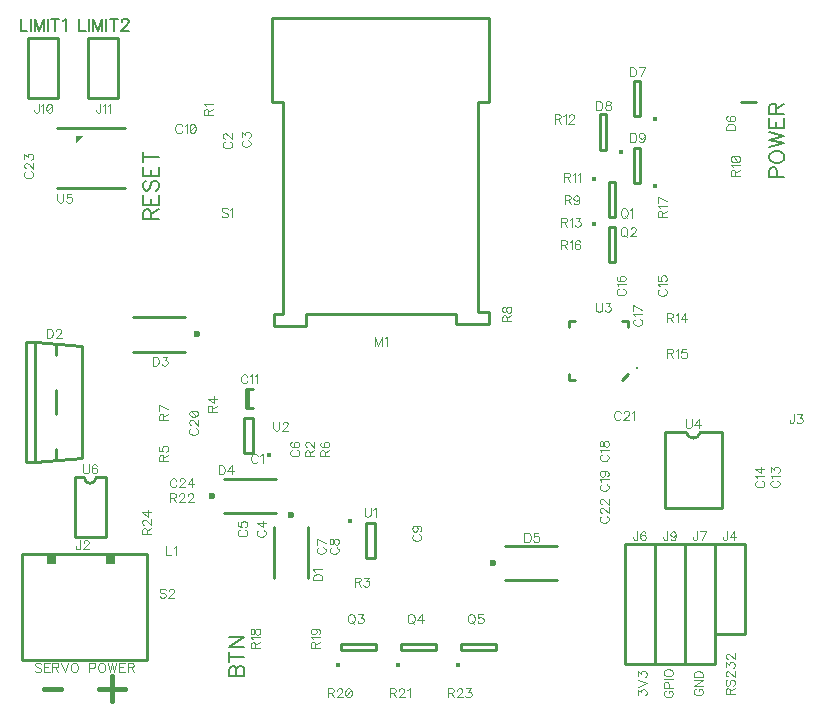
<source format=gbr>
G04 DipTrace 3.3.1.3*
G04 TopSilk.gbr*
%MOIN*%
G04 #@! TF.FileFunction,Legend,Top*
G04 #@! TF.Part,Single*
%ADD10C,0.01*%
%ADD29C,0.023623*%
%ADD33C,0.023631*%
%ADD36C,0.015422*%
%ADD45C,0.015404*%
%ADD49C,0.015395*%
%ADD51C,0.011774*%
%ADD125C,0.004632*%
%ADD126C,0.006176*%
%ADD127C,0.015439*%
%ADD129C,0.00772*%
%FSLAX26Y26*%
G04*
G70*
G90*
G75*
G01*
G04 TopSilk*
%LPD*%
X844537Y1006035D2*
D10*
Y1068965D1*
X837089Y1006035D2*
Y1068965D1*
Y1006035D2*
X860648D1*
X837089Y1068965D2*
X860648D1*
X1044589Y609841D2*
Y436626D1*
X930414Y609841D2*
Y436626D1*
D29*
X987496Y649211D3*
X106496Y825000D2*
D10*
Y1225000D1*
X134067Y828200D2*
Y1221800D1*
X291535Y839800D2*
Y1210200D1*
X134437Y825000D2*
X106496D1*
X134437Y1225000D2*
X106496D1*
X206417Y836200D2*
Y867400D1*
Y985800D2*
Y1064200D1*
Y1182600D2*
Y1213800D1*
X133327Y825000D2*
X290425Y839800D1*
X137953Y1225000D2*
X289130Y1210200D1*
X634841Y1192911D2*
X461626D1*
X634841Y1307086D2*
X461626D1*
D33*
X674211Y1250004D3*
X765159Y769589D2*
D10*
X938374D1*
X765159Y655414D2*
X938374D1*
D33*
X725789Y712496D3*
X1702659Y544589D2*
D10*
X1875874D1*
X1702659Y430414D2*
X1875874D1*
D33*
X1663289Y487496D3*
X2486929Y2024684D2*
D10*
X2538071D1*
D36*
X2202209Y1969151D3*
X2152067Y1978352D2*
D10*
Y2096457D1*
X2132382D1*
Y1978352D1*
X2152067D1*
D36*
X2089709Y1856651D3*
X2039567Y1865852D2*
D10*
Y1983957D1*
X2019882D1*
Y1865852D1*
X2039567D1*
D36*
X2202209Y1744151D3*
X2152067Y1753352D2*
D10*
Y1871457D1*
X2132382D1*
Y1753352D1*
X2152067D1*
X508472Y519480D2*
X91150D1*
Y165150D1*
X508472D1*
Y519480D1*
G36*
X402013Y484756D2*
X370631D1*
Y516256D1*
X402013D1*
Y484756D1*
G37*
G36*
X205287D2*
X173863D1*
Y516256D1*
X205287D1*
Y484756D1*
G37*
X212500Y2237500D2*
D10*
X112500D1*
X212500Y2037500D2*
Y2237500D1*
Y2037500D2*
X112500D1*
Y2237500D1*
X2500000Y250000D2*
X2400000D1*
Y550000D1*
X2500000D2*
X2400000D1*
X2500000Y250000D2*
Y550000D1*
X2100000Y150000D2*
X2200000D1*
X2100000Y550000D2*
Y150000D1*
X2200000Y550000D2*
Y150000D1*
X2100000Y550000D2*
X2200000D1*
X2300000Y150000D2*
X2400000D1*
X2300000Y550000D2*
Y150000D1*
X2400000Y550000D2*
Y150000D1*
X2300000Y550000D2*
X2400000D1*
X2200000Y150000D2*
X2300000D1*
X2200000Y550000D2*
Y150000D1*
X2300000Y550000D2*
Y150000D1*
X2200000Y550000D2*
X2300000D1*
X412500Y2237500D2*
X312500D1*
X412500Y2037500D2*
Y2237500D1*
Y2037500D2*
X312500D1*
Y2237500D1*
X925033Y2023542D2*
Y2304749D1*
X1649967D1*
Y2023542D1*
X925033D2*
X962465D1*
Y1317274D1*
X931232D1*
Y1279738D1*
X1037485D1*
Y1317274D1*
X1537515D1*
Y1286029D1*
X1649967D1*
Y1323460D1*
X1612535D1*
Y2023542D1*
X1649967D1*
D36*
X1997791Y1768349D3*
X2047933Y1759148D2*
D10*
Y1641043D1*
X2067618D1*
Y1759148D1*
X2047933D1*
D36*
X1997791Y1618349D3*
X2047933Y1609148D2*
D10*
Y1491043D1*
X2067618D1*
Y1609148D1*
X2047933D1*
D45*
X1144151Y147791D3*
X1153352Y197933D2*
D10*
X1271457D1*
Y217618D1*
X1153352D1*
Y197933D1*
D45*
X1344151Y147791D3*
X1353352Y197933D2*
D10*
X1471457D1*
Y217618D1*
X1353352D1*
Y197933D1*
D45*
X1544151Y147791D3*
X1553352Y197933D2*
D10*
X1671457D1*
Y217618D1*
X1553352D1*
Y197933D1*
D49*
X1183375Y626914D3*
X1237440Y621651D2*
D10*
Y503543D1*
X1268931Y621651D2*
Y503543D1*
X1237440D2*
X1268931D1*
X1237440Y621651D2*
X1268931D1*
D49*
X916625Y848086D3*
X862560Y853349D2*
D10*
Y971457D1*
X831069Y853349D2*
Y971457D1*
X862560D2*
X831069D1*
X862560Y853349D2*
X831069D1*
X1935309Y1098119D2*
X1915645D1*
Y1117810D1*
X1935309Y1294992D2*
X1915645D1*
Y1275300D2*
Y1294992D1*
X2112465D2*
X2092775D1*
X2112465Y1275300D2*
Y1294992D1*
D51*
X2141949Y1137491D3*
X2092775Y1098119D2*
D10*
X2112465Y1117810D1*
X2234732Y923917D2*
Y671949D1*
X2423732Y923917D2*
Y671949D1*
X2234732D2*
X2423732D1*
X2234732Y923917D2*
X2305598D1*
X2352866D2*
X2423732D1*
X2305598D2*
G03X2352866Y923917I23634J4353D01*
G01*
G36*
X271466Y1912992D2*
Y1887992D1*
X296461Y1912992D1*
X271466D1*
G37*
X208953Y1937992D2*
D10*
X433961D1*
X208953Y1737992D2*
X433961D1*
X267611Y773427D2*
Y576573D1*
X369987Y773427D2*
Y576573D1*
X267611D2*
X369987D1*
X299105Y773427D2*
X267611D1*
X338494D2*
X369987D1*
X299105D2*
G03X338494Y773427I19694J9D01*
G01*
X876941Y844300D2*
D125*
X875515Y847152D1*
X872630Y850037D1*
X869778Y851463D1*
X864041D1*
X861156Y850037D1*
X858304Y847152D1*
X856845Y844300D1*
X855419Y839989D1*
Y832793D1*
X856845Y828515D1*
X858304Y825630D1*
X861156Y822778D1*
X864041Y821319D1*
X869778D1*
X872630Y822778D1*
X875515Y825630D1*
X876941Y828515D1*
X886204Y845693D2*
X889089Y847152D1*
X893400Y851430D1*
Y821319D1*
X768544Y1892046D2*
X765692Y1890620D1*
X762807Y1887735D1*
X761381Y1884883D1*
Y1879146D1*
X762807Y1876261D1*
X765692Y1873409D1*
X768544Y1871950D1*
X772855Y1870524D1*
X780051D1*
X784329Y1871950D1*
X787214Y1873409D1*
X790066Y1876261D1*
X791525Y1879146D1*
Y1884883D1*
X790066Y1887735D1*
X787214Y1890620D1*
X784329Y1892046D1*
X768577Y1902769D2*
X767151D1*
X764266Y1904194D1*
X762840Y1905620D1*
X761414Y1908505D1*
Y1914242D1*
X762840Y1917094D1*
X764266Y1918520D1*
X767151Y1919979D1*
X770003D1*
X772888Y1918520D1*
X777166Y1915668D1*
X791525Y1901309D1*
Y1921405D1*
X830700Y1896672D2*
X827848Y1895246D1*
X824963Y1892361D1*
X823537Y1889509D1*
Y1883772D1*
X824963Y1880887D1*
X827848Y1878035D1*
X830700Y1876576D1*
X835011Y1875150D1*
X842207D1*
X846485Y1876576D1*
X849370Y1878035D1*
X852222Y1880887D1*
X853681Y1883772D1*
Y1889509D1*
X852222Y1892361D1*
X849370Y1895246D1*
X846485Y1896672D1*
X823571Y1908820D2*
Y1924572D1*
X835044Y1915983D1*
Y1920294D1*
X836470Y1923146D1*
X837896Y1924572D1*
X842207Y1926031D1*
X845059D1*
X849370Y1924572D1*
X852255Y1921720D1*
X853681Y1917409D1*
Y1913098D1*
X852255Y1908820D1*
X850796Y1907394D1*
X847944Y1905935D1*
X881044Y597582D2*
X878192Y596156D1*
X875307Y593271D1*
X873881Y590419D1*
Y584682D1*
X875307Y581797D1*
X878192Y578945D1*
X881044Y577486D1*
X885355Y576060D1*
X892551D1*
X896829Y577486D1*
X899714Y578945D1*
X902566Y581797D1*
X904025Y584682D1*
Y590419D1*
X902566Y593271D1*
X899714Y596156D1*
X896829Y597582D1*
X904025Y621205D2*
X873914D1*
X893977Y606846D1*
Y628368D1*
X818544Y598295D2*
X815692Y596869D1*
X812807Y593984D1*
X811381Y591132D1*
Y585395D1*
X812807Y582510D1*
X815692Y579658D1*
X818544Y578199D1*
X822855Y576773D1*
X830051D1*
X834329Y578199D1*
X837214Y579658D1*
X840066Y582510D1*
X841525Y585395D1*
Y591132D1*
X840066Y593984D1*
X837214Y596869D1*
X834329Y598295D1*
X811414Y624770D2*
Y610444D1*
X824314Y609018D1*
X822888Y610444D1*
X821429Y614755D1*
Y619033D1*
X822888Y623344D1*
X825740Y626229D1*
X830051Y627655D1*
X832903D1*
X837214Y626229D1*
X840099Y623344D1*
X841525Y619033D1*
Y614755D1*
X840099Y610444D1*
X838640Y609018D1*
X835788Y607559D1*
X993199Y864970D2*
X990347Y863544D1*
X987462Y860659D1*
X986036Y857807D1*
Y852070D1*
X987462Y849185D1*
X990347Y846333D1*
X993199Y844874D1*
X997510Y843448D1*
X1004706D1*
X1008984Y844874D1*
X1011869Y846333D1*
X1014721Y849185D1*
X1016180Y852070D1*
Y857807D1*
X1014721Y860659D1*
X1011869Y863544D1*
X1008984Y864970D1*
X990347Y891444D2*
X987495Y890018D1*
X986069Y885707D1*
Y882855D1*
X987495Y878544D1*
X991806Y875659D1*
X998969Y874233D1*
X1006132D1*
X1011869Y875659D1*
X1014754Y878544D1*
X1016180Y882855D1*
Y884281D1*
X1014754Y888559D1*
X1011869Y891444D1*
X1007558Y892870D1*
X1006132D1*
X1001821Y891444D1*
X998969Y888559D1*
X997543Y884281D1*
Y882855D1*
X998969Y878544D1*
X1001821Y875659D1*
X1006132Y874233D1*
X1080700Y540423D2*
X1077848Y538997D1*
X1074963Y536111D1*
X1073537Y533260D1*
Y527523D1*
X1074963Y524638D1*
X1077848Y521786D1*
X1080700Y520327D1*
X1085011Y518901D1*
X1092207D1*
X1096485Y520327D1*
X1099370Y521786D1*
X1102222Y524638D1*
X1103681Y527523D1*
Y533260D1*
X1102222Y536111D1*
X1099370Y538997D1*
X1096485Y540422D1*
X1103681Y555423D2*
X1073571Y569782D1*
Y549686D1*
X1124450Y540439D2*
X1121598Y539013D1*
X1118713Y536128D1*
X1117287Y533276D1*
Y527539D1*
X1118713Y524654D1*
X1121598Y521802D1*
X1124450Y520343D1*
X1128761Y518917D1*
X1135957D1*
X1140235Y520343D1*
X1143120Y521802D1*
X1145972Y524654D1*
X1147431Y527539D1*
Y533276D1*
X1145972Y536128D1*
X1143120Y539013D1*
X1140235Y540439D1*
X1117320Y556866D2*
X1118746Y552588D1*
X1121598Y551129D1*
X1124483D1*
X1127335Y552588D1*
X1128794Y555440D1*
X1130220Y561177D1*
X1131646Y565488D1*
X1134531Y568339D1*
X1137383Y569765D1*
X1141694D1*
X1144546Y568339D1*
X1146005Y566913D1*
X1147431Y562602D1*
Y556865D1*
X1146005Y552588D1*
X1144546Y551129D1*
X1141694Y549703D1*
X1137383D1*
X1134531Y551129D1*
X1131646Y554014D1*
X1130220Y558291D1*
X1128794Y564028D1*
X1127335Y566914D1*
X1124483Y568339D1*
X1121598D1*
X1118746Y566914D1*
X1117320Y562603D1*
Y556866D1*
X1399450Y583704D2*
X1396598Y582278D1*
X1393713Y579393D1*
X1392287Y576541D1*
Y570804D1*
X1393713Y567919D1*
X1396598Y565067D1*
X1399450Y563608D1*
X1403761Y562182D1*
X1410957D1*
X1415235Y563608D1*
X1418120Y565067D1*
X1420972Y567919D1*
X1422431Y570804D1*
Y576541D1*
X1420972Y579393D1*
X1418120Y582278D1*
X1415235Y583704D1*
X1402335Y611637D2*
X1406646Y610178D1*
X1409531Y607326D1*
X1410957Y603015D1*
Y601589D1*
X1409531Y597278D1*
X1406646Y594426D1*
X1402335Y592967D1*
X1400909D1*
X1396598Y594426D1*
X1393746Y597278D1*
X1392320Y601589D1*
Y603015D1*
X1393746Y607326D1*
X1396598Y610178D1*
X1402335Y611637D1*
X1409531D1*
X1416694Y610178D1*
X1421005Y607326D1*
X1422431Y603015D1*
Y600163D1*
X1421005Y595852D1*
X1418120Y594426D1*
X843170Y1109704D2*
X841744Y1112556D1*
X838859Y1115441D1*
X836007Y1116867D1*
X830270D1*
X827385Y1115441D1*
X824533Y1112556D1*
X823074Y1109704D1*
X821648Y1105393D1*
Y1098197D1*
X823074Y1093919D1*
X824533Y1091034D1*
X827385Y1088182D1*
X830270Y1086723D1*
X836007D1*
X838859Y1088182D1*
X841744Y1091034D1*
X843170Y1093919D1*
X852434Y1111097D2*
X855319Y1112556D1*
X859630Y1116834D1*
Y1086723D1*
X868893Y1111097D2*
X871778Y1112556D1*
X876089Y1116834D1*
Y1086723D1*
X624760Y1944301D2*
X623334Y1947153D1*
X620448Y1950038D1*
X617597Y1951464D1*
X611860D1*
X608975Y1950038D1*
X606123Y1947153D1*
X604664Y1944301D1*
X603238Y1939990D1*
Y1932794D1*
X604664Y1928516D1*
X606123Y1925631D1*
X608975Y1922779D1*
X611860Y1921320D1*
X617597D1*
X620448Y1922779D1*
X623334Y1925631D1*
X624760Y1928516D1*
X634023Y1945694D2*
X636908Y1947153D1*
X641219Y1951431D1*
Y1921320D1*
X659105Y1951431D2*
X654794Y1950005D1*
X651909Y1945694D1*
X650483Y1938531D1*
Y1934220D1*
X651909Y1927057D1*
X654794Y1922746D1*
X659105Y1921320D1*
X661957D1*
X666268Y1922746D1*
X669120Y1927057D1*
X670579Y1934220D1*
Y1938531D1*
X669120Y1945694D1*
X666268Y1950005D1*
X661957Y1951431D1*
X659105D1*
X669120Y1945694D2*
X651909Y1927057D1*
X2593791Y762851D2*
X2590939Y761426D1*
X2588054Y758540D1*
X2586628Y755689D1*
Y749952D1*
X2588054Y747067D1*
X2590939Y744215D1*
X2593791Y742756D1*
X2598102Y741330D1*
X2605298D1*
X2609576Y742756D1*
X2612461Y744215D1*
X2615313Y747067D1*
X2616772Y749952D1*
Y755689D1*
X2615313Y758540D1*
X2612461Y761425D1*
X2609576Y762851D1*
X2592398Y772115D2*
X2590939Y775000D1*
X2586661Y779311D1*
X2616772D1*
X2586661Y791460D2*
Y807211D1*
X2598135Y798623D1*
Y802934D1*
X2599561Y805786D1*
X2600987Y807211D1*
X2605298Y808671D1*
X2608150D1*
X2612461Y807211D1*
X2615346Y804360D1*
X2616772Y800049D1*
Y795738D1*
X2615346Y791460D1*
X2613887Y790034D1*
X2611035Y788575D1*
X2543199Y761548D2*
X2540347Y760122D1*
X2537462Y757237D1*
X2536036Y754385D1*
Y748648D1*
X2537462Y745763D1*
X2540347Y742911D1*
X2543199Y741452D1*
X2547510Y740026D1*
X2554706D1*
X2558984Y741452D1*
X2561869Y742911D1*
X2564721Y745763D1*
X2566180Y748648D1*
Y754385D1*
X2564721Y757237D1*
X2561869Y760122D1*
X2558984Y761548D1*
X2541806Y770811D2*
X2540347Y773697D1*
X2536069Y778008D1*
X2566180D1*
Y801630D2*
X2536069D1*
X2556132Y787271D1*
Y808793D1*
X2218200Y1400942D2*
X2215348Y1399516D1*
X2212463Y1396631D1*
X2211037Y1393779D1*
Y1388042D1*
X2212463Y1385157D1*
X2215348Y1382305D1*
X2218200Y1380846D1*
X2222511Y1379420D1*
X2229707D1*
X2233985Y1380846D1*
X2236870Y1382305D1*
X2239722Y1385157D1*
X2241181Y1388042D1*
Y1393779D1*
X2239722Y1396631D1*
X2236870Y1399516D1*
X2233985Y1400942D1*
X2216807Y1410206D2*
X2215348Y1413091D1*
X2211071Y1417402D1*
X2241181D1*
X2211071Y1443876D2*
Y1429550D1*
X2223970Y1428124D1*
X2222544Y1429550D1*
X2221085Y1433861D1*
Y1438139D1*
X2222544Y1442450D1*
X2225396Y1445335D1*
X2229707Y1446761D1*
X2232559D1*
X2236870Y1445335D1*
X2239755Y1442450D1*
X2241181Y1438139D1*
Y1433861D1*
X2239755Y1429550D1*
X2238296Y1428124D1*
X2235444Y1426665D1*
X2080699Y1401672D2*
X2077847Y1400246D1*
X2074962Y1397361D1*
X2073536Y1394509D1*
Y1388772D1*
X2074962Y1385887D1*
X2077847Y1383035D1*
X2080699Y1381576D1*
X2085010Y1380150D1*
X2092206D1*
X2096484Y1381576D1*
X2099369Y1383035D1*
X2102221Y1385887D1*
X2103680Y1388772D1*
Y1394509D1*
X2102221Y1397361D1*
X2099369Y1400246D1*
X2096484Y1401672D1*
X2079306Y1410935D2*
X2077847Y1413820D1*
X2073569Y1418131D1*
X2103680D1*
X2077847Y1444606D2*
X2074995Y1443180D1*
X2073569Y1438869D1*
Y1436017D1*
X2074995Y1431706D1*
X2079306Y1428821D1*
X2086469Y1427395D1*
X2093632D1*
X2099369Y1428821D1*
X2102254Y1431706D1*
X2103680Y1436017D1*
Y1437443D1*
X2102254Y1441721D1*
X2099369Y1444606D1*
X2095058Y1446032D1*
X2093632D1*
X2089321Y1444606D1*
X2086469Y1441721D1*
X2085043Y1437443D1*
Y1436017D1*
X2086469Y1431706D1*
X2089321Y1428821D1*
X2093632Y1427395D1*
X2136950Y1300942D2*
X2134098Y1299516D1*
X2131213Y1296631D1*
X2129787Y1293779D1*
Y1288042D1*
X2131213Y1285157D1*
X2134098Y1282305D1*
X2136950Y1280846D1*
X2141261Y1279420D1*
X2148457D1*
X2152735Y1280846D1*
X2155620Y1282305D1*
X2158472Y1285157D1*
X2159931Y1288042D1*
Y1293779D1*
X2158472Y1296631D1*
X2155620Y1299516D1*
X2152735Y1300942D1*
X2135557Y1310206D2*
X2134098Y1313091D1*
X2129820Y1317402D1*
X2159931D1*
Y1332402D2*
X2129820Y1346761D1*
Y1326665D1*
X2024450Y849778D2*
X2021598Y848352D1*
X2018713Y845466D1*
X2017287Y842615D1*
Y836878D1*
X2018713Y833993D1*
X2021598Y831141D1*
X2024450Y829682D1*
X2028761Y828256D1*
X2035957D1*
X2040235Y829682D1*
X2043120Y831141D1*
X2045972Y833993D1*
X2047431Y836878D1*
Y842615D1*
X2045972Y845466D1*
X2043120Y848352D1*
X2040235Y849777D1*
X2023057Y859041D2*
X2021598Y861926D1*
X2017320Y866237D1*
X2047431D1*
X2017320Y882664D2*
X2018746Y878386D1*
X2021598Y876927D1*
X2024483D1*
X2027335Y878386D1*
X2028794Y881238D1*
X2030220Y886975D1*
X2031646Y891286D1*
X2034531Y894138D1*
X2037383Y895563D1*
X2041694D1*
X2044546Y894137D1*
X2046005Y892712D1*
X2047431Y888401D1*
Y882664D1*
X2046005Y878386D1*
X2044546Y876927D1*
X2041694Y875501D1*
X2037383D1*
X2034531Y876927D1*
X2031646Y879812D1*
X2030220Y884090D1*
X2028794Y889826D1*
X2027335Y892712D1*
X2024483Y894138D1*
X2021598D1*
X2018746Y892712D1*
X2017320Y888401D1*
Y882664D1*
X2024450Y750474D2*
X2021598Y749048D1*
X2018713Y746163D1*
X2017287Y743311D1*
Y737574D1*
X2018713Y734689D1*
X2021598Y731837D1*
X2024450Y730378D1*
X2028761Y728952D1*
X2035957D1*
X2040235Y730378D1*
X2043120Y731837D1*
X2045972Y734689D1*
X2047431Y737574D1*
Y743311D1*
X2045972Y746163D1*
X2043120Y749048D1*
X2040235Y750474D1*
X2023057Y759737D2*
X2021598Y762622D1*
X2017320Y766934D1*
X2047431Y766933D1*
X2027335Y794867D2*
X2031646Y793408D1*
X2034531Y790556D1*
X2035957Y786245D1*
Y784819D1*
X2034531Y780508D1*
X2031646Y777656D1*
X2027335Y776197D1*
X2025909D1*
X2021598Y777656D1*
X2018746Y780508D1*
X2017320Y784819D1*
Y786245D1*
X2018746Y790556D1*
X2021598Y793408D1*
X2027335Y794867D1*
X2034531D1*
X2041694Y793408D1*
X2046005Y790556D1*
X2047431Y786245D1*
Y783393D1*
X2046005Y779082D1*
X2043120Y777656D1*
X2087261Y988050D2*
X2085835Y990902D1*
X2082950Y993787D1*
X2080098Y995213D1*
X2074361D1*
X2071476Y993787D1*
X2068624Y990902D1*
X2067165Y988050D1*
X2065739Y983739D1*
Y976543D1*
X2067165Y972265D1*
X2068624Y969380D1*
X2071476Y966528D1*
X2074361Y965069D1*
X2080098D1*
X2082950Y966528D1*
X2085835Y969380D1*
X2087261Y972265D1*
X2097983Y988017D2*
Y989443D1*
X2099409Y992328D1*
X2100835Y993754D1*
X2103720Y995180D1*
X2109457D1*
X2112309Y993754D1*
X2113735Y992328D1*
X2115194Y989443D1*
Y986591D1*
X2113735Y983706D1*
X2110883Y979428D1*
X2096524Y965069D1*
X2116620D1*
X2125884Y989443D2*
X2128769Y990902D1*
X2133080Y995180D1*
Y965069D1*
X2024450Y644492D2*
X2021598Y643066D1*
X2018713Y640181D1*
X2017287Y637329D1*
Y631592D1*
X2018713Y628707D1*
X2021598Y625855D1*
X2024450Y624396D1*
X2028761Y622970D1*
X2035957D1*
X2040235Y624396D1*
X2043120Y625855D1*
X2045972Y628707D1*
X2047431Y631592D1*
Y637329D1*
X2045972Y640181D1*
X2043120Y643066D1*
X2040235Y644492D1*
X2024483Y655215D2*
X2023057D1*
X2020172Y656641D1*
X2018746Y658067D1*
X2017320Y660952D1*
Y666689D1*
X2018746Y669541D1*
X2020172Y670967D1*
X2023057Y672426D1*
X2025909D1*
X2028794Y670966D1*
X2033072Y668115D1*
X2047431Y653756D1*
Y673852D1*
X2024483Y684574D2*
X2023057D1*
X2020172Y686000D1*
X2018746Y687426D1*
X2017320Y690311D1*
Y696048D1*
X2018746Y698900D1*
X2020172Y700326D1*
X2023057Y701785D1*
X2025909D1*
X2028794Y700326D1*
X2033072Y697474D1*
X2047431Y683115D1*
Y703211D1*
X105699Y1793311D2*
X102847Y1791885D1*
X99962Y1789000D1*
X98536Y1786148D1*
Y1780411D1*
X99962Y1777526D1*
X102847Y1774674D1*
X105699Y1773215D1*
X110010Y1771789D1*
X117206D1*
X121484Y1773215D1*
X124369Y1774674D1*
X127221Y1777526D1*
X128680Y1780411D1*
Y1786148D1*
X127221Y1789000D1*
X124369Y1791885D1*
X121484Y1793311D1*
X105732Y1804034D2*
X104306D1*
X101421Y1805460D1*
X99995Y1806886D1*
X98569Y1809771D1*
Y1815508D1*
X99995Y1818359D1*
X101421Y1819785D1*
X104306Y1821245D1*
X107158D1*
X110043Y1819785D1*
X114321Y1816933D1*
X128680Y1802574D1*
Y1822670D1*
X98569Y1834819D2*
Y1850571D1*
X110043Y1841982D1*
Y1846293D1*
X111469Y1849145D1*
X112895Y1850571D1*
X117206Y1852030D1*
X120058D1*
X124369Y1850571D1*
X127254Y1847719D1*
X128680Y1843408D1*
Y1839097D1*
X127254Y1834819D1*
X125795Y1833393D1*
X122943Y1831934D1*
X655700Y937060D2*
X652848Y935634D1*
X649963Y932749D1*
X648537Y929897D1*
Y924160D1*
X649963Y921275D1*
X652848Y918423D1*
X655700Y916964D1*
X660011Y915538D1*
X667207D1*
X671485Y916964D1*
X674370Y918423D1*
X677222Y921275D1*
X678681Y924160D1*
Y929897D1*
X677222Y932749D1*
X674370Y935634D1*
X671485Y937060D1*
X655733Y947783D2*
X654307D1*
X651422Y949209D1*
X649996Y950635D1*
X648571Y953520D1*
Y959257D1*
X649996Y962109D1*
X651422Y963535D1*
X654307Y964994D1*
X657159D1*
X660044Y963535D1*
X664322Y960683D1*
X678681Y946324D1*
Y966420D1*
X648571Y984305D2*
X649996Y979994D1*
X654307Y977109D1*
X661470Y975683D1*
X665781D1*
X672944Y977109D1*
X677255Y979994D1*
X678681Y984305D1*
Y987157D1*
X677255Y991468D1*
X672944Y994320D1*
X665781Y995779D1*
X661470D1*
X654307Y994320D1*
X649996Y991468D1*
X648571Y987157D1*
Y984305D1*
X654307Y994320D2*
X672944Y977109D1*
X606279Y763050D2*
X604853Y765902D1*
X601968Y768787D1*
X599116Y770213D1*
X593379D1*
X590494Y768787D1*
X587642Y765902D1*
X586183Y763050D1*
X584757Y758739D1*
Y751543D1*
X586183Y747265D1*
X587642Y744380D1*
X590494Y741528D1*
X593379Y740069D1*
X599116D1*
X601968Y741528D1*
X604853Y744380D1*
X606279Y747265D1*
X617002Y763017D2*
Y764443D1*
X618428Y767328D1*
X619854Y768754D1*
X622739Y770180D1*
X628476D1*
X631328Y768754D1*
X632753Y767328D1*
X634213Y764443D1*
Y761591D1*
X632753Y758706D1*
X629902Y754428D1*
X615543Y740069D1*
X635639D1*
X659261D2*
Y770180D1*
X644902Y750117D1*
X666424D1*
X1062316Y430249D2*
X1092460D1*
Y440297D1*
X1091001Y444608D1*
X1088149Y447493D1*
X1085264Y448919D1*
X1080986Y450345D1*
X1073790D1*
X1069479Y448919D1*
X1066627Y447493D1*
X1063742Y444608D1*
X1062316Y440297D1*
Y430249D1*
X1068086Y459608D2*
X1066627Y462493D1*
X1062349Y466804D1*
X1092460D1*
X174288Y1268934D2*
Y1238790D1*
X184336D1*
X188647Y1240249D1*
X191532Y1243101D1*
X192958Y1245986D1*
X194384Y1250264D1*
Y1257460D1*
X192958Y1261771D1*
X191532Y1264623D1*
X188647Y1267508D1*
X184336Y1268934D1*
X174288D1*
X205107Y1261738D2*
Y1263164D1*
X206533Y1266049D1*
X207959Y1267475D1*
X210844Y1268901D1*
X216581D1*
X219433Y1267475D1*
X220858Y1266049D1*
X222318Y1263164D1*
Y1260312D1*
X220858Y1257427D1*
X218007Y1253149D1*
X203648Y1238790D1*
X223744D1*
X527737Y1176020D2*
Y1145876D1*
X537785D1*
X542096Y1147335D1*
X544981Y1150187D1*
X546407Y1153072D1*
X547833Y1157350D1*
Y1164546D1*
X546407Y1168857D1*
X544981Y1171709D1*
X542096Y1174594D1*
X537785Y1176020D1*
X527737D1*
X559981Y1175987D2*
X575733D1*
X567144Y1164513D1*
X571455D1*
X574307Y1163087D1*
X575733Y1161661D1*
X577192Y1157350D1*
Y1154498D1*
X575733Y1150187D1*
X572881Y1147302D1*
X568570Y1145876D1*
X564259D1*
X559981Y1147302D1*
X558555Y1148761D1*
X557096Y1151613D1*
X747095Y813522D2*
Y783378D1*
X757143D1*
X761454Y784838D1*
X764339Y787689D1*
X765765Y790575D1*
X767191Y794852D1*
Y802048D1*
X765765Y806359D1*
X764339Y809211D1*
X761454Y812096D1*
X757143Y813522D1*
X747095D1*
X790814Y783378D2*
Y813489D1*
X776455Y793426D1*
X797977D1*
X1766558Y588522D2*
Y558378D1*
X1776606D1*
X1780917Y559838D1*
X1783802Y562689D1*
X1785228Y565575D1*
X1786654Y569852D1*
Y577048D1*
X1785228Y581359D1*
X1783802Y584211D1*
X1780917Y587096D1*
X1776606Y588522D1*
X1766558D1*
X1813129Y588489D2*
X1798803D1*
X1797377Y575589D1*
X1798803Y577015D1*
X1803114Y578474D1*
X1807392D1*
X1811703Y577015D1*
X1814588Y574163D1*
X1816014Y569852D1*
Y567000D1*
X1814588Y562689D1*
X1811703Y559804D1*
X1807392Y558378D1*
X1803114D1*
X1798803Y559804D1*
X1797377Y561263D1*
X1795918Y564115D1*
X2439039Y1931799D2*
X2469183D1*
Y1941846D1*
X2467724Y1946157D1*
X2464872Y1949043D1*
X2461987Y1950468D1*
X2457709Y1951894D1*
X2450513D1*
X2446202Y1950469D1*
X2443350Y1949043D1*
X2440465Y1946158D1*
X2439039Y1941846D1*
Y1931799D1*
X2443350Y1978369D2*
X2440498Y1976943D1*
X2439072Y1972632D1*
Y1969780D1*
X2440498Y1965469D1*
X2444809Y1962584D1*
X2451972Y1961158D1*
X2459135D1*
X2464872Y1962584D1*
X2467757Y1965469D1*
X2469183Y1969780D1*
Y1971206D1*
X2467757Y1975484D1*
X2464872Y1978369D1*
X2460561Y1979795D1*
X2459135D1*
X2454824Y1978369D1*
X2451972Y1975484D1*
X2450546Y1971206D1*
Y1969780D1*
X2451972Y1965469D1*
X2454824Y1962584D1*
X2459135Y1961158D1*
X2118372Y2140391D2*
Y2110247D1*
X2128420D1*
X2132731Y2111706D1*
X2135616Y2114558D1*
X2137042Y2117443D1*
X2138468Y2121720D1*
Y2128917D1*
X2137042Y2133228D1*
X2135616Y2136080D1*
X2132731Y2138965D1*
X2128420Y2140391D1*
X2118372D1*
X2153468Y2110247D2*
X2167828Y2140357D1*
X2147732D1*
X2005889Y2027891D2*
Y1997747D1*
X2015937D1*
X2020248Y1999206D1*
X2023133Y2002058D1*
X2024559Y2004943D1*
X2025985Y2009220D1*
Y2016417D1*
X2024559Y2020728D1*
X2023133Y2023580D1*
X2020248Y2026465D1*
X2015937Y2027891D1*
X2005889D1*
X2042411Y2027857D2*
X2038133Y2026431D1*
X2036674Y2023580D1*
Y2020694D1*
X2038133Y2017843D1*
X2040985Y2016383D1*
X2046722Y2014957D1*
X2051033Y2013532D1*
X2053885Y2010646D1*
X2055311Y2007795D1*
Y2003484D1*
X2053885Y2000632D1*
X2052459Y1999172D1*
X2048148Y1997747D1*
X2042411D1*
X2038133Y1999172D1*
X2036674Y2000632D1*
X2035248Y2003484D1*
Y2007795D1*
X2036674Y2010646D1*
X2039559Y2013532D1*
X2043837Y2014957D1*
X2049574Y2016383D1*
X2052459Y2017843D1*
X2053885Y2020694D1*
Y2023580D1*
X2052459Y2026431D1*
X2048148Y2027857D1*
X2042411D1*
X2119085Y1921641D2*
Y1891497D1*
X2129133D1*
X2133444Y1892956D1*
X2136329Y1895808D1*
X2137755Y1898693D1*
X2139181Y1902971D1*
Y1910167D1*
X2137755Y1914478D1*
X2136329Y1917330D1*
X2133444Y1920215D1*
X2129133Y1921641D1*
X2119085D1*
X2167115Y1911593D2*
X2165655Y1907282D1*
X2162804Y1904397D1*
X2158492Y1902971D1*
X2157067D1*
X2152756Y1904397D1*
X2149904Y1907282D1*
X2148444Y1911593D1*
Y1913019D1*
X2149904Y1917330D1*
X2152756Y1920182D1*
X2157067Y1921608D1*
X2158492D1*
X2162804Y1920182D1*
X2165655Y1917330D1*
X2167115Y1911593D1*
Y1904397D1*
X2165655Y1897234D1*
X2162804Y1892923D1*
X2158492Y1891497D1*
X2155641D1*
X2151330Y1892923D1*
X2149904Y1895808D1*
X286061Y563414D2*
Y540466D1*
X284635Y536155D1*
X283176Y534729D1*
X280324Y533270D1*
X277439D1*
X274587Y534729D1*
X273161Y536155D1*
X271702Y540466D1*
Y543318D1*
X296783Y556218D2*
Y557644D1*
X298209Y560529D1*
X299635Y561955D1*
X302520Y563381D1*
X308257D1*
X311109Y561955D1*
X312535Y560529D1*
X313994Y557644D1*
Y554792D1*
X312535Y551907D1*
X309683Y547629D1*
X295324Y533270D1*
X315420D1*
X156031Y150663D2*
X153179Y153548D1*
X148868Y154974D1*
X143131D1*
X138820Y153548D1*
X135935Y150663D1*
Y147811D1*
X137394Y144926D1*
X138820Y143500D1*
X141672Y142074D1*
X150294Y139189D1*
X153179Y137763D1*
X154605Y136304D1*
X156031Y133452D1*
Y129141D1*
X153179Y126290D1*
X148868Y124830D1*
X143131D1*
X138820Y126290D1*
X135935Y129141D1*
X183931Y154974D2*
X165295D1*
Y124830D1*
X183931D1*
X165295Y140615D2*
X176768D1*
X193195D2*
X206095D1*
X210406Y142074D1*
X211865Y143500D1*
X213291Y146352D1*
Y149237D1*
X211865Y152089D1*
X210406Y153548D1*
X206095Y154974D1*
X193195D1*
Y124830D1*
X203243Y140615D2*
X213291Y124830D1*
X222555Y154974D2*
X234028Y124830D1*
X245502Y154974D1*
X263388D2*
X260503Y153548D1*
X257651Y150663D1*
X256192Y147811D1*
X254766Y143500D1*
Y136304D1*
X256192Y132026D1*
X257651Y129141D1*
X260503Y126290D1*
X263388Y124830D1*
X269125D1*
X271977Y126290D1*
X274862Y129141D1*
X276288Y132026D1*
X277714Y136304D1*
Y143500D1*
X276288Y147811D1*
X274862Y150663D1*
X271977Y153548D1*
X269125Y154974D1*
X263388D1*
X316138Y139189D2*
X329071D1*
X333349Y140615D1*
X334808Y142074D1*
X336234Y144926D1*
Y149237D1*
X334808Y152089D1*
X333349Y153548D1*
X329071Y154974D1*
X316138D1*
Y124830D1*
X354120Y154974D2*
X351235Y153548D1*
X348383Y150663D1*
X346924Y147811D1*
X345498Y143500D1*
Y136304D1*
X346924Y132026D1*
X348383Y129141D1*
X351235Y126290D1*
X354120Y124830D1*
X359857D1*
X362709Y126290D1*
X365594Y129141D1*
X367020Y132026D1*
X368445Y136304D1*
Y143500D1*
X367020Y147811D1*
X365594Y150663D1*
X362709Y153548D1*
X359857Y154974D1*
X354120D1*
X377709D2*
X384905Y124830D1*
X392068Y154974D1*
X399231Y124830D1*
X406427Y154974D1*
X434328D2*
X415691D1*
Y124830D1*
X434328D1*
X415691Y140615D2*
X427165D1*
X443591D2*
X456491D1*
X460802Y142074D1*
X462261Y143500D1*
X463687Y146352D1*
Y149237D1*
X462261Y152089D1*
X460802Y153548D1*
X456491Y154974D1*
X443591D1*
Y124830D1*
X453639Y140615D2*
X463687Y124830D1*
X2664362Y983946D2*
Y960998D1*
X2662936Y956687D1*
X2661477Y955261D1*
X2658625Y953802D1*
X2655740D1*
X2652888Y955261D1*
X2651462Y956687D1*
X2650003Y960998D1*
Y963850D1*
X2676511Y983912D2*
X2692262D1*
X2683673Y972439D1*
X2687985D1*
X2690836Y971013D1*
X2692262Y969587D1*
X2693721Y965276D1*
Y962424D1*
X2692262Y958113D1*
X2689410Y955228D1*
X2685099Y953802D1*
X2680788D1*
X2676511Y955228D1*
X2675085Y956687D1*
X2673625Y959539D1*
X146770Y2018934D2*
Y1995986D1*
X145344Y1991675D1*
X143885Y1990249D1*
X141033Y1988790D1*
X138148D1*
X135296Y1990249D1*
X133870Y1991675D1*
X132411Y1995986D1*
Y1998838D1*
X156033Y2013164D2*
X158919Y2014623D1*
X163230Y2018901D1*
Y1988790D1*
X181115Y2018901D2*
X176804Y2017475D1*
X173919Y2013164D1*
X172493Y2006001D1*
Y2001690D1*
X173919Y1994527D1*
X176804Y1990216D1*
X181115Y1988790D1*
X183967D1*
X188278Y1990216D1*
X191130Y1994527D1*
X192589Y2001690D1*
Y2006001D1*
X191130Y2013164D1*
X188278Y2017475D1*
X183967Y2018901D1*
X181115D1*
X191130Y2013164D2*
X173919Y1994527D1*
X2441787Y593934D2*
Y570986D1*
X2440361Y566675D1*
X2438902Y565249D1*
X2436050Y563790D1*
X2433165D1*
X2430313Y565249D1*
X2428887Y566675D1*
X2427428Y570986D1*
Y573838D1*
X2465409Y563790D2*
Y593901D1*
X2451050Y573838D1*
X2472572D1*
X2451675Y49982D2*
Y62882D1*
X2450215Y67193D1*
X2448790Y68652D1*
X2445938Y70078D1*
X2443053D1*
X2440201Y68652D1*
X2438741Y67193D1*
X2437316Y62882D1*
X2437315Y49982D1*
X2467460D1*
X2451675Y60030D2*
X2467460Y70078D1*
X2441627Y99438D2*
X2438742Y96586D1*
X2437316Y92275D1*
Y86538D1*
X2438742Y82227D1*
X2441627Y79342D1*
X2444478D1*
X2447364Y80801D1*
X2448790Y82227D1*
X2450215Y85079D1*
X2453101Y93701D1*
X2454526Y96586D1*
X2455986Y98012D1*
X2458838Y99438D1*
X2463149D1*
X2466000Y96586D1*
X2467460Y92275D1*
Y86538D1*
X2466000Y82227D1*
X2463149Y79342D1*
X2444512Y110160D2*
X2443086D1*
X2440201Y111586D1*
X2438775Y113012D1*
X2437349Y115897D1*
Y121634D1*
X2438775Y124486D1*
X2440201Y125912D1*
X2443086Y127371D1*
X2445938D1*
X2448823Y125912D1*
X2453101Y123060D1*
X2467460Y108701D1*
Y128797D1*
X2437349Y140946D2*
Y156698D1*
X2448823Y148109D1*
Y152420D1*
X2450249Y155272D1*
X2451675Y156698D1*
X2455986Y158157D1*
X2458837D1*
X2463148Y156698D1*
X2466034Y153846D1*
X2467460Y149535D1*
Y145224D1*
X2466034Y140946D1*
X2464574Y139520D1*
X2461723Y138061D1*
X2444512Y168880D2*
X2443086D1*
X2440201Y170306D1*
X2438775Y171731D1*
X2437349Y174617D1*
Y180354D1*
X2438775Y183205D1*
X2440201Y184631D1*
X2443086Y186091D1*
X2445938Y186090D1*
X2448823Y184631D1*
X2453101Y181779D1*
X2467460Y167420D1*
Y187516D1*
X2143229Y593934D2*
Y570986D1*
X2141803Y566675D1*
X2140344Y565249D1*
X2137492Y563790D1*
X2134607D1*
X2131755Y565249D1*
X2130329Y566675D1*
X2128870Y570986D1*
Y573838D1*
X2169704Y589623D2*
X2168278Y592475D1*
X2163967Y593901D1*
X2161115D1*
X2156804Y592475D1*
X2153919Y588164D1*
X2152493Y581001D1*
Y573838D1*
X2153919Y568101D1*
X2156804Y565216D1*
X2161115Y563790D1*
X2162541D1*
X2166819Y565216D1*
X2169704Y568101D1*
X2171130Y572412D1*
Y573838D1*
X2169704Y578149D1*
X2166819Y581001D1*
X2162541Y582427D1*
X2161115D1*
X2156804Y581001D1*
X2153919Y578149D1*
X2152493Y573838D1*
X2143599Y49552D2*
Y65303D1*
X2155073Y56715D1*
Y61026D1*
X2156499Y63878D1*
X2157925Y65303D1*
X2162236Y66763D1*
X2165088D1*
X2169399Y65303D1*
X2172284Y62452D1*
X2173710Y58141D1*
Y53830D1*
X2172284Y49552D1*
X2170825Y48126D1*
X2167973Y46667D1*
X2143566Y76026D2*
X2173710Y87500D1*
X2143566Y98974D1*
X2143599Y111123D2*
Y126874D1*
X2155073Y118286D1*
Y122597D1*
X2156499Y125448D1*
X2157925Y126874D1*
X2162236Y128334D1*
X2165088D1*
X2169399Y126874D1*
X2172284Y124022D1*
X2173710Y119711D1*
Y115400D1*
X2172284Y111123D1*
X2170825Y109697D1*
X2167973Y108238D1*
X2342500Y593934D2*
Y570986D1*
X2341074Y566675D1*
X2339615Y565249D1*
X2336763Y563790D1*
X2333878D1*
X2331026Y565249D1*
X2329600Y566675D1*
X2328141Y570986D1*
Y573838D1*
X2357500Y563790D2*
X2371859Y593901D1*
X2351763D1*
X2338229Y68902D2*
X2335377Y67476D1*
X2332492Y64591D1*
X2331066Y61739D1*
Y56002D1*
X2332492Y53117D1*
X2335377Y50265D1*
X2338229Y48806D1*
X2342540Y47380D1*
X2349736D1*
X2354014Y48806D1*
X2356899Y50265D1*
X2359751Y53117D1*
X2361210Y56002D1*
Y61739D1*
X2359751Y64590D1*
X2356899Y67476D1*
X2354014Y68901D1*
X2349736D1*
Y61739D1*
X2331066Y98261D2*
X2361210D1*
X2331066Y78165D1*
X2361210D1*
X2331066Y107525D2*
X2361210D1*
Y117573D1*
X2359751Y121884D1*
X2356899Y124769D1*
X2354014Y126195D1*
X2349736Y127621D1*
X2342540D1*
X2338229Y126195D1*
X2335377Y124769D1*
X2332492Y121884D1*
X2331066Y117573D1*
Y107525D1*
X2243213Y593934D2*
Y570986D1*
X2241787Y566675D1*
X2240328Y565249D1*
X2237476Y563790D1*
X2234591D1*
X2231739Y565249D1*
X2230313Y566675D1*
X2228854Y570986D1*
Y573838D1*
X2271146Y583886D2*
X2269687Y579575D1*
X2266835Y576690D1*
X2262524Y575264D1*
X2261098D1*
X2256787Y576690D1*
X2253935Y579575D1*
X2252476Y583886D1*
Y585312D1*
X2253935Y589623D1*
X2256787Y592475D1*
X2261098Y593901D1*
X2262524D1*
X2266835Y592475D1*
X2269687Y589623D1*
X2271146Y583886D1*
Y576690D1*
X2269687Y569527D1*
X2266835Y565216D1*
X2262524Y563790D1*
X2259672D1*
X2255361Y565216D1*
X2253935Y568101D1*
X2238229Y62844D2*
X2235377Y61418D1*
X2232492Y58533D1*
X2231066Y55681D1*
Y49944D1*
X2232492Y47059D1*
X2235377Y44207D1*
X2238229Y42748D1*
X2242540Y41322D1*
X2249736D1*
X2254014Y42748D1*
X2256899Y44207D1*
X2259751Y47059D1*
X2261210Y49944D1*
Y55681D1*
X2259751Y58533D1*
X2256899Y61418D1*
X2254014Y62844D1*
X2249736D1*
Y55681D1*
X2246851Y72107D2*
Y85040D1*
X2245425Y89318D1*
X2243966Y90777D1*
X2241114Y92203D1*
X2236803D1*
X2233951Y90777D1*
X2232492Y89318D1*
X2231066Y85040D1*
Y72107D1*
X2261210D1*
X2231066Y101467D2*
X2261210D1*
X2231066Y119352D2*
X2232492Y116467D1*
X2235377Y113615D1*
X2238229Y112156D1*
X2242540Y110730D1*
X2249736D1*
X2254014Y112156D1*
X2256899Y113615D1*
X2259751Y116467D1*
X2261210Y119352D1*
Y125089D1*
X2259751Y127941D1*
X2256899Y130826D1*
X2254014Y132252D1*
X2249736Y133678D1*
X2242540D1*
X2238229Y132252D1*
X2235377Y130826D1*
X2232492Y127941D1*
X2231066Y125089D1*
Y119352D1*
X353220Y2018934D2*
Y1995986D1*
X351794Y1991675D1*
X350335Y1990249D1*
X347483Y1988790D1*
X344598D1*
X341746Y1990249D1*
X340320Y1991675D1*
X338861Y1995986D1*
Y1998838D1*
X362483Y2013164D2*
X365368Y2014623D1*
X369680Y2018901D1*
Y1988790D1*
X378943Y2013164D2*
X381828Y2014623D1*
X386139Y2018901D1*
Y1988790D1*
X570665Y544524D2*
Y514380D1*
X587876D1*
X597139Y538754D2*
X600024Y540213D1*
X604335Y544491D1*
Y514380D1*
X1290744Y1212290D2*
Y1242434D1*
X1279270Y1212290D1*
X1267796Y1242434D1*
Y1212290D1*
X1300008Y1236663D2*
X1302893Y1238122D1*
X1307204Y1242400D1*
Y1212290D1*
X2095802Y1669985D2*
X2092950Y1668592D1*
X2090065Y1665707D1*
X2088639Y1662822D1*
X2087180Y1658511D1*
Y1651348D1*
X2088639Y1647037D1*
X2090065Y1644185D1*
X2092950Y1641300D1*
X2095802Y1639874D1*
X2101539D1*
X2104424Y1641300D1*
X2107276Y1644185D1*
X2108702Y1647037D1*
X2110161Y1651348D1*
Y1658511D1*
X2108702Y1662822D1*
X2107276Y1665707D1*
X2104424Y1668592D1*
X2101539Y1669985D1*
X2095802D1*
X2100113Y1645611D2*
X2108702Y1636989D1*
X2119425Y1664215D2*
X2122310Y1665674D1*
X2126621Y1669952D1*
Y1639841D1*
X2095601Y1607486D2*
X2092749Y1606094D1*
X2089864Y1603208D1*
X2088438Y1600323D1*
X2086979Y1596012D1*
Y1588849D1*
X2088438Y1584538D1*
X2089864Y1581687D1*
X2092749Y1578801D1*
X2095601Y1577375D1*
X2101338D1*
X2104223Y1578801D1*
X2107075Y1581687D1*
X2108501Y1584538D1*
X2109960Y1588849D1*
Y1596012D1*
X2108501Y1600323D1*
X2107075Y1603208D1*
X2104223Y1606094D1*
X2101338Y1607486D1*
X2095601D1*
X2099912Y1583112D2*
X2108501Y1574490D1*
X2120683Y1600290D2*
Y1601716D1*
X2122109Y1604601D1*
X2123535Y1606027D1*
X2126420Y1607453D1*
X2132157D1*
X2135009Y1606027D1*
X2136435Y1604601D1*
X2137894Y1601716D1*
Y1598864D1*
X2136435Y1595979D1*
X2133583Y1591701D1*
X2119224Y1577342D1*
X2139320D1*
X1186404Y317654D2*
X1183553Y316262D1*
X1180668Y313376D1*
X1179242Y310491D1*
X1177782Y306180D1*
Y299017D1*
X1179242Y294706D1*
X1180668Y291854D1*
X1183553Y288969D1*
X1186404Y287543D1*
X1192141D1*
X1195027Y288969D1*
X1197878Y291854D1*
X1199304Y294706D1*
X1200764Y299017D1*
Y306180D1*
X1199304Y310491D1*
X1197878Y313376D1*
X1195027Y316262D1*
X1192141Y317654D1*
X1186404D1*
X1190716Y293280D2*
X1199304Y284658D1*
X1212912Y317621D2*
X1228664D1*
X1220075Y306147D1*
X1224386D1*
X1227238Y304721D1*
X1228664Y303295D1*
X1230123Y298984D1*
Y296132D1*
X1228664Y291821D1*
X1225812Y288936D1*
X1221501Y287510D1*
X1217190D1*
X1212912Y288936D1*
X1211486Y290395D1*
X1210027Y293247D1*
X1385692Y317654D2*
X1382840Y316262D1*
X1379955Y313376D1*
X1378529Y310491D1*
X1377069Y306180D1*
Y299017D1*
X1378529Y294706D1*
X1379955Y291854D1*
X1382840Y288969D1*
X1385692Y287543D1*
X1391428D1*
X1394314Y288969D1*
X1397165Y291854D1*
X1398591Y294706D1*
X1400051Y299017D1*
Y306180D1*
X1398591Y310491D1*
X1397165Y313376D1*
X1394314Y316262D1*
X1391428Y317654D1*
X1385692D1*
X1390003Y293280D2*
X1398591Y284658D1*
X1423673Y287510D2*
Y317621D1*
X1409314Y297558D1*
X1430836D1*
X1586404Y317654D2*
X1583553Y316262D1*
X1580668Y313376D1*
X1579242Y310491D1*
X1577782Y306180D1*
Y299017D1*
X1579242Y294706D1*
X1580668Y291854D1*
X1583553Y288969D1*
X1586404Y287543D1*
X1592141D1*
X1595027Y288969D1*
X1597878Y291854D1*
X1599304Y294706D1*
X1600764Y299017D1*
Y306180D1*
X1599304Y310491D1*
X1597878Y313376D1*
X1595027Y316262D1*
X1592141Y317654D1*
X1586404D1*
X1590716Y293280D2*
X1599304Y284658D1*
X1627238Y317621D2*
X1612912D1*
X1611486Y304721D1*
X1612912Y306147D1*
X1617223Y307606D1*
X1621501D1*
X1625812Y306147D1*
X1628697Y303295D1*
X1630123Y298984D1*
Y296132D1*
X1628697Y291821D1*
X1625812Y288936D1*
X1621501Y287510D1*
X1617223D1*
X1612912Y288936D1*
X1611486Y290395D1*
X1610027Y293247D1*
X712896Y1981132D2*
Y1994032D1*
X711437Y1998343D1*
X710011Y1999802D1*
X707159Y2001228D1*
X704274D1*
X701422Y1999802D1*
X699963Y1998343D1*
X698537Y1994032D1*
Y1981132D1*
X728681D1*
X712896Y1991180D2*
X728681Y2001228D1*
X704307Y2010491D2*
X702848Y2013376D1*
X698571Y2017687D1*
X728681D1*
X1050396Y843431D2*
Y856331D1*
X1048937Y860642D1*
X1047511Y862101D1*
X1044659Y863527D1*
X1041774D1*
X1038922Y862101D1*
X1037463Y860642D1*
X1036037Y856331D1*
Y843431D1*
X1066181D1*
X1050396Y853479D2*
X1066181Y863527D1*
X1043233Y874250D2*
X1041807D1*
X1038922Y875676D1*
X1037496Y877102D1*
X1036071Y879987D1*
Y885724D1*
X1037496Y888576D1*
X1038922Y890002D1*
X1041807Y891461D1*
X1044659D1*
X1047544Y890002D1*
X1051822Y887150D1*
X1066181Y872791D1*
Y892887D1*
X1200272Y425194D2*
X1213172D1*
X1217483Y426653D1*
X1218942Y428079D1*
X1220368Y430931D1*
Y433816D1*
X1218942Y436668D1*
X1217483Y438127D1*
X1213172Y439553D1*
X1200272D1*
Y409409D1*
X1210320Y425194D2*
X1220368Y409409D1*
X1232517Y439520D2*
X1248269D1*
X1239680Y428046D1*
X1243991D1*
X1246843Y426620D1*
X1248269Y425194D1*
X1249728Y420883D1*
Y418031D1*
X1248269Y413720D1*
X1245417Y410835D1*
X1241106Y409409D1*
X1236795D1*
X1232517Y410835D1*
X1231091Y412294D1*
X1229632Y415146D1*
X725396Y992719D2*
Y1005619D1*
X723937Y1009930D1*
X722511Y1011389D1*
X719659Y1012815D1*
X716774D1*
X713922Y1011389D1*
X712463Y1009930D1*
X711037Y1005619D1*
Y992719D1*
X741181D1*
X725396Y1002767D2*
X741181Y1012815D1*
Y1036437D2*
X711070D1*
X731133Y1022078D1*
Y1043600D1*
X1100395Y844162D2*
Y857062D1*
X1098936Y861373D1*
X1097510Y862832D1*
X1094658Y864258D1*
X1091773D1*
X1088921Y862832D1*
X1087462Y861373D1*
X1086036Y857062D1*
Y844162D1*
X1116180D1*
X1100395Y854210D2*
X1116180Y864258D1*
X1090347Y890732D2*
X1087495Y889306D1*
X1086069Y884995D1*
Y882144D1*
X1087495Y877833D1*
X1091806Y874947D1*
X1098969Y873522D1*
X1106132Y873521D1*
X1111869Y874947D1*
X1114754Y877832D1*
X1116180Y882143D1*
Y883569D1*
X1114754Y887847D1*
X1111869Y890732D1*
X1107558Y892158D1*
X1106132D1*
X1101821Y890732D1*
X1098969Y887847D1*
X1097543Y883569D1*
Y882144D1*
X1098969Y877833D1*
X1101821Y874947D1*
X1106132Y873521D1*
X1706646Y1293448D2*
Y1306348D1*
X1705187Y1310659D1*
X1703761Y1312118D1*
X1700909Y1313544D1*
X1698024D1*
X1695172Y1312118D1*
X1693713Y1310659D1*
X1692287Y1306348D1*
Y1293448D1*
X1722431D1*
X1706646Y1303496D2*
X1722431Y1313544D1*
X1692320Y1329970D2*
X1693746Y1325692D1*
X1696598Y1324233D1*
X1699483D1*
X1702335Y1325692D1*
X1703794Y1328544D1*
X1705220Y1334281D1*
X1706646Y1338592D1*
X1709531Y1341444D1*
X1712383Y1342870D1*
X1716694D1*
X1719546Y1341444D1*
X1721005Y1340018D1*
X1722431Y1335707D1*
Y1329970D1*
X1721005Y1325692D1*
X1719546Y1324233D1*
X1716694Y1322807D1*
X1712383D1*
X1709531Y1324233D1*
X1706646Y1327118D1*
X1705220Y1331396D1*
X1703794Y1337133D1*
X1702335Y1340018D1*
X1699483Y1341444D1*
X1696598D1*
X1693746Y1340018D1*
X1692320Y1335707D1*
Y1329970D1*
X1900395Y1699605D2*
X1913295D1*
X1917606Y1701064D1*
X1919065Y1702490D1*
X1920491Y1705342D1*
Y1708227D1*
X1919065Y1711079D1*
X1917606Y1712538D1*
X1913295Y1713964D1*
X1900395D1*
Y1683820D1*
X1910443Y1699605D2*
X1920491Y1683820D1*
X1948424Y1703916D2*
X1946965Y1699605D1*
X1944113Y1696720D1*
X1939802Y1695294D1*
X1938376D1*
X1934065Y1696720D1*
X1931213Y1699605D1*
X1929754Y1703916D1*
Y1705342D1*
X1931213Y1709653D1*
X1934065Y1712505D1*
X1938376Y1713931D1*
X1939802D1*
X1944113Y1712505D1*
X1946965Y1709653D1*
X1948424Y1703916D1*
Y1696720D1*
X1946965Y1689557D1*
X1944113Y1685246D1*
X1939802Y1683820D1*
X1936950D1*
X1932639Y1685246D1*
X1931213Y1688131D1*
X1899083Y1774605D2*
X1911983D1*
X1916294Y1776064D1*
X1917753Y1777490D1*
X1919179Y1780342D1*
Y1783227D1*
X1917753Y1786079D1*
X1916294Y1787538D1*
X1911983Y1788964D1*
X1899083D1*
Y1758820D1*
X1909131Y1774605D2*
X1919179Y1758820D1*
X1928442Y1783194D2*
X1931328Y1784653D1*
X1935639Y1788931D1*
Y1758820D1*
X1944902Y1783194D2*
X1947787Y1784653D1*
X1952098Y1788931D1*
Y1758820D1*
X2469146Y1778952D2*
Y1791852D1*
X2467687Y1796163D1*
X2466261Y1797622D1*
X2463409Y1799048D1*
X2460524D1*
X2457672Y1797622D1*
X2456213Y1796163D1*
X2454787Y1791852D1*
Y1778952D1*
X2484931D1*
X2469146Y1789000D2*
X2484931Y1799048D1*
X2460557Y1808311D2*
X2459098Y1811197D1*
X2454820Y1815508D1*
X2484931D1*
X2454820Y1833393D2*
X2456246Y1829082D1*
X2460557Y1826197D1*
X2467720Y1824771D1*
X2472031D1*
X2479194Y1826197D1*
X2483505Y1829082D1*
X2484931Y1833393D1*
Y1836245D1*
X2483505Y1840556D1*
X2479194Y1843408D1*
X2472031Y1844867D1*
X2467720D1*
X2460557Y1843408D1*
X2456246Y1840556D1*
X2454820Y1836245D1*
Y1833393D1*
X2460557Y1843408D2*
X2479194Y1826197D1*
X1888008Y1624605D2*
X1900908D1*
X1905219Y1626064D1*
X1906678Y1627490D1*
X1908104Y1630342D1*
Y1633227D1*
X1906678Y1636079D1*
X1905219Y1637538D1*
X1900908Y1638964D1*
X1888008D1*
Y1608820D1*
X1898056Y1624605D2*
X1908104Y1608820D1*
X1917368Y1633194D2*
X1920253Y1634653D1*
X1924564Y1638931D1*
Y1608820D1*
X1936713Y1638931D2*
X1952464D1*
X1943875Y1627457D1*
X1948186D1*
X1951038Y1626031D1*
X1952464Y1624605D1*
X1953923Y1620294D1*
Y1617442D1*
X1952464Y1613131D1*
X1949612Y1610246D1*
X1945301Y1608820D1*
X1940990D1*
X1936713Y1610246D1*
X1935287Y1611705D1*
X1933827Y1614557D1*
X2241920Y1305854D2*
X2254820D1*
X2259131Y1307313D1*
X2260590Y1308739D1*
X2262016Y1311591D1*
Y1314476D1*
X2260590Y1317328D1*
X2259131Y1318787D1*
X2254820Y1320213D1*
X2241920D1*
Y1290069D1*
X2251968Y1305854D2*
X2262016Y1290069D1*
X2271280Y1314443D2*
X2274165Y1315902D1*
X2278476Y1320180D1*
Y1290069D1*
X2302098D2*
Y1320180D1*
X2287739Y1300117D1*
X2309261D1*
X2242633Y1187104D2*
X2255533D1*
X2259844Y1188563D1*
X2261303Y1189989D1*
X2262729Y1192841D1*
Y1195726D1*
X2261303Y1198578D1*
X2259844Y1200037D1*
X2255533Y1201463D1*
X2242633D1*
Y1171319D1*
X2252681Y1187104D2*
X2262729Y1171319D1*
X2271993Y1195693D2*
X2274878Y1197152D1*
X2279189Y1201430D1*
Y1171319D1*
X2305663Y1201430D2*
X2291337D1*
X2289911Y1188530D1*
X2291337Y1189956D1*
X2295648Y1191415D1*
X2299926D1*
X2304237Y1189956D1*
X2307122Y1187104D1*
X2308548Y1182793D1*
Y1179941D1*
X2307122Y1175630D1*
X2304237Y1172745D1*
X2299926Y1171319D1*
X2295648D1*
X2291337Y1172745D1*
X2289911Y1174204D1*
X2288452Y1177056D1*
X1888738Y1549605D2*
X1901638D1*
X1905949Y1551064D1*
X1907408Y1552490D1*
X1908834Y1555342D1*
Y1558227D1*
X1907408Y1561079D1*
X1905949Y1562538D1*
X1901638Y1563964D1*
X1888738D1*
Y1533820D1*
X1898786Y1549605D2*
X1908834Y1533820D1*
X1918097Y1558194D2*
X1920982Y1559653D1*
X1925293Y1563931D1*
Y1533820D1*
X1951768Y1559653D2*
X1950342Y1562505D1*
X1946031Y1563931D1*
X1943179D1*
X1938868Y1562505D1*
X1935983Y1558194D1*
X1934557Y1551031D1*
Y1543868D1*
X1935983Y1538131D1*
X1938868Y1535246D1*
X1943179Y1533820D1*
X1944605D1*
X1948883Y1535246D1*
X1951768Y1538131D1*
X1953194Y1542442D1*
Y1543868D1*
X1951768Y1548179D1*
X1948883Y1551031D1*
X1944605Y1552457D1*
X1943179D1*
X1938868Y1551031D1*
X1935983Y1548179D1*
X1934557Y1543868D1*
X2225395Y1642633D2*
Y1655533D1*
X2223936Y1659844D1*
X2222510Y1661303D1*
X2219658Y1662729D1*
X2216773D1*
X2213921Y1661303D1*
X2212462Y1659844D1*
X2211036Y1655533D1*
Y1642633D1*
X2241180D1*
X2225395Y1652681D2*
X2241180Y1662729D1*
X2216806Y1671993D2*
X2215347Y1674878D1*
X2211069Y1679189D1*
X2241180D1*
Y1694189D2*
X2211069Y1708548D1*
Y1688452D1*
X869146Y203969D2*
Y216868D1*
X867687Y221179D1*
X866261Y222639D1*
X863409Y224065D1*
X860524D1*
X857672Y222639D1*
X856213Y221179D1*
X854787Y216868D1*
Y203969D1*
X884931D1*
X869146Y214017D2*
X884931Y224064D1*
X860557Y233328D2*
X859098Y236213D1*
X854820Y240524D1*
X884931D1*
X854820Y256951D2*
X856246Y252673D1*
X859098Y251214D1*
X861983D1*
X864835Y252673D1*
X866294Y255525D1*
X867720Y261262D1*
X869146Y265573D1*
X872031Y268425D1*
X874883Y269850D1*
X879194D1*
X882046Y268425D1*
X883505Y266999D1*
X884931Y262688D1*
Y256951D1*
X883505Y252673D1*
X882046Y251214D1*
X879194Y249788D1*
X874883D1*
X872031Y251214D1*
X869146Y254099D1*
X867720Y258377D1*
X866294Y264114D1*
X864835Y266999D1*
X861983Y268425D1*
X859098D1*
X856246Y266999D1*
X854820Y262688D1*
Y256951D1*
X1069146Y204665D2*
Y217565D1*
X1067687Y221876D1*
X1066261Y223335D1*
X1063409Y224761D1*
X1060524D1*
X1057672Y223335D1*
X1056213Y221876D1*
X1054787Y217565D1*
Y204665D1*
X1084931D1*
X1069146Y214713D2*
X1084931Y224761D1*
X1060557Y234024D2*
X1059098Y236910D1*
X1054820Y241221D1*
X1084931Y241220D1*
X1064835Y269154D2*
X1069146Y267695D1*
X1072031Y264843D1*
X1073457Y260532D1*
Y259106D1*
X1072031Y254795D1*
X1069146Y251943D1*
X1064835Y250484D1*
X1063409D1*
X1059098Y251943D1*
X1056246Y254795D1*
X1054820Y259106D1*
Y260532D1*
X1056246Y264843D1*
X1059098Y267695D1*
X1064835Y269154D1*
X1072031D1*
X1079194Y267695D1*
X1083505Y264843D1*
X1084931Y260532D1*
Y257680D1*
X1083505Y253369D1*
X1080620Y251943D1*
X1111183Y55854D2*
X1124083D1*
X1128394Y57313D1*
X1129853Y58739D1*
X1131279Y61591D1*
Y64476D1*
X1129853Y67328D1*
X1128394Y68787D1*
X1124083Y70213D1*
X1111183D1*
Y40069D1*
X1121231Y55854D2*
X1131279Y40069D1*
X1142002Y63017D2*
Y64443D1*
X1143428Y67328D1*
X1144854Y68754D1*
X1147739Y70180D1*
X1153476D1*
X1156328Y68754D1*
X1157753Y67328D1*
X1159213Y64443D1*
Y61591D1*
X1157753Y58706D1*
X1154902Y54428D1*
X1140543Y40069D1*
X1160639D1*
X1178524Y70180D2*
X1174213Y68754D1*
X1171328Y64443D1*
X1169902Y57280D1*
Y52969D1*
X1171328Y45806D1*
X1174213Y41495D1*
X1178524Y40069D1*
X1181376D1*
X1185687Y41495D1*
X1188539Y45806D1*
X1189998Y52969D1*
Y57280D1*
X1188539Y64443D1*
X1185687Y68754D1*
X1181376Y70180D1*
X1178524D1*
X1188539Y64443D2*
X1171328Y45806D1*
X1317633Y55854D2*
X1330533D1*
X1334844Y57313D1*
X1336303Y58739D1*
X1337729Y61591D1*
Y64476D1*
X1336303Y67328D1*
X1334844Y68787D1*
X1330533Y70213D1*
X1317633D1*
Y40069D1*
X1327681Y55854D2*
X1337729Y40069D1*
X1348452Y63017D2*
Y64443D1*
X1349878Y67328D1*
X1351304Y68754D1*
X1354189Y70180D1*
X1359926D1*
X1362777Y68754D1*
X1364203Y67328D1*
X1365663Y64443D1*
Y61591D1*
X1364203Y58706D1*
X1361352Y54428D1*
X1346993Y40069D1*
X1367089D1*
X1376352Y64443D2*
X1379237Y65902D1*
X1383548Y70180D1*
Y40069D1*
X1511183Y55854D2*
X1524083D1*
X1528394Y57313D1*
X1529853Y58739D1*
X1531279Y61591D1*
Y64476D1*
X1529853Y67328D1*
X1528394Y68787D1*
X1524083Y70213D1*
X1511183D1*
Y40069D1*
X1521231Y55854D2*
X1531279Y40069D1*
X1542002Y63017D2*
Y64443D1*
X1543428Y67328D1*
X1544854Y68754D1*
X1547739Y70180D1*
X1553476D1*
X1556328Y68754D1*
X1557753Y67328D1*
X1559213Y64443D1*
Y61591D1*
X1557753Y58706D1*
X1554902Y54428D1*
X1540543Y40069D1*
X1560639D1*
X1572787Y70180D2*
X1588539D1*
X1579950Y58706D1*
X1584261D1*
X1587113Y57280D1*
X1588539Y55854D1*
X1589998Y51543D1*
Y48691D1*
X1588539Y44380D1*
X1585687Y41495D1*
X1581376Y40069D1*
X1577065D1*
X1572787Y41495D1*
X1571361Y42954D1*
X1569902Y45806D1*
X1867042Y1968945D2*
X1879942D1*
X1884253Y1970404D1*
X1885712Y1971830D1*
X1887138Y1974682D1*
Y1977567D1*
X1885712Y1980419D1*
X1884253Y1981878D1*
X1879942Y1983304D1*
X1867042D1*
Y1953160D1*
X1877090Y1968945D2*
X1887138Y1953160D1*
X1896402Y1977534D2*
X1899287Y1978993D1*
X1903598Y1983271D1*
Y1953160D1*
X1914321Y1976108D2*
Y1977534D1*
X1915747Y1980419D1*
X1917173Y1981845D1*
X1920058Y1983271D1*
X1925795D1*
X1928647Y1981845D1*
X1930073Y1980419D1*
X1931532Y1977534D1*
Y1974682D1*
X1930073Y1971797D1*
X1927221Y1967519D1*
X1912862Y1953160D1*
X1932958D1*
X563240Y829308D2*
Y842208D1*
X561781Y846519D1*
X560355Y847978D1*
X557503Y849404D1*
X554618D1*
X551766Y847978D1*
X550307Y846519D1*
X548881Y842208D1*
Y829308D1*
X579025D1*
X563240Y839356D2*
X579025Y849404D1*
X548914Y875878D2*
Y861552D1*
X561814Y860126D1*
X560388Y861552D1*
X558929Y865863D1*
Y870141D1*
X560388Y874452D1*
X563240Y877337D1*
X567551Y878763D1*
X570403D1*
X574714Y877337D1*
X577599Y874452D1*
X579025Y870141D1*
Y865863D1*
X577599Y861552D1*
X576140Y860126D1*
X573288Y858667D1*
X563240Y964986D2*
Y977886D1*
X561781Y982197D1*
X560355Y983656D1*
X557503Y985082D1*
X554618D1*
X551766Y983656D1*
X550307Y982197D1*
X548881Y977886D1*
Y964986D1*
X579025D1*
X563240Y975034D2*
X579025Y985082D1*
Y1000083D2*
X548914Y1014442D1*
Y994346D1*
X585002Y705854D2*
X597902D1*
X602213Y707313D1*
X603672Y708739D1*
X605098Y711591D1*
Y714476D1*
X603672Y717328D1*
X602213Y718787D1*
X597902Y720213D1*
X585002D1*
Y690069D1*
X595050Y705854D2*
X605098Y690069D1*
X615821Y713017D2*
Y714443D1*
X617247Y717328D1*
X618672Y718754D1*
X621558Y720180D1*
X627295D1*
X630146Y718754D1*
X631572Y717328D1*
X633031Y714443D1*
Y711591D1*
X631572Y708706D1*
X628720Y704428D1*
X614361Y690069D1*
X634457D1*
X645180Y713017D2*
Y714443D1*
X646606Y717328D1*
X648032Y718754D1*
X650917Y720180D1*
X656654D1*
X659506Y718754D1*
X660932Y717328D1*
X662391Y714443D1*
Y711591D1*
X660932Y708706D1*
X658080Y704428D1*
X643721Y690069D1*
X663817D1*
X776818Y1667182D2*
X773966Y1670067D1*
X769655Y1671493D1*
X763918D1*
X759607Y1670067D1*
X756722Y1667182D1*
Y1664330D1*
X758181Y1661445D1*
X759607Y1660019D1*
X762459Y1658593D1*
X771081Y1655708D1*
X773966Y1654282D1*
X775392Y1652823D1*
X776818Y1649971D1*
Y1645660D1*
X773966Y1642808D1*
X769655Y1641349D1*
X763918D1*
X759607Y1642808D1*
X756722Y1645660D1*
X786082Y1665723D2*
X788967Y1667182D1*
X793278Y1671460D1*
Y1641349D1*
X570368Y398433D2*
X567516Y401318D1*
X563205Y402744D1*
X557468D1*
X553157Y401318D1*
X550272Y398433D1*
Y395581D1*
X551731Y392696D1*
X553157Y391270D1*
X556009Y389844D1*
X564631Y386959D1*
X567516Y385533D1*
X568942Y384074D1*
X570368Y381222D1*
Y376911D1*
X567516Y374059D1*
X563205Y372600D1*
X557468D1*
X553157Y374059D1*
X550272Y376911D1*
X581091Y395547D2*
Y396973D1*
X582517Y399858D1*
X583943Y401284D1*
X586828Y402710D1*
X592565D1*
X595417Y401284D1*
X596843Y399858D1*
X598302Y396973D1*
Y394122D1*
X596843Y391236D1*
X593991Y386959D1*
X579632Y372600D1*
X599728D1*
X1233537Y672299D2*
Y650777D1*
X1234963Y646466D1*
X1237848Y643614D1*
X1242159Y642155D1*
X1245011D1*
X1249322Y643614D1*
X1252207Y646466D1*
X1253633Y650777D1*
Y672299D1*
X1262897Y666529D2*
X1265782Y667988D1*
X1270093Y672266D1*
Y642155D1*
X929707Y959141D2*
Y937619D1*
X931133Y933308D1*
X934018Y930456D1*
X938329Y928997D1*
X941181D1*
X945492Y930456D1*
X948377Y933308D1*
X949803Y937619D1*
Y959141D1*
X960526Y951944D2*
Y953370D1*
X961952Y956255D1*
X963378Y957681D1*
X966263Y959107D1*
X972000D1*
X974852Y957681D1*
X976278Y956255D1*
X977737Y953370D1*
Y950518D1*
X976278Y947633D1*
X973426Y943356D1*
X959067Y928997D1*
X979163D1*
X2004898Y1355646D2*
Y1334124D1*
X2006324Y1329813D1*
X2009209Y1326962D1*
X2013520Y1325502D1*
X2016372D1*
X2020683Y1326962D1*
X2023568Y1329813D1*
X2024994Y1334124D1*
Y1355646D1*
X2037143Y1355613D2*
X2052895D1*
X2044306Y1344139D1*
X2048617D1*
X2051469Y1342713D1*
X2052895Y1341287D1*
X2054354Y1336976D1*
Y1334124D1*
X2052895Y1329813D1*
X2050043Y1326928D1*
X2045732Y1325502D1*
X2041421D1*
X2037143Y1326928D1*
X2035717Y1328388D1*
X2034258Y1331239D1*
X2303792Y967851D2*
Y946329D1*
X2305217Y942018D1*
X2308103Y939166D1*
X2312414Y937707D1*
X2315265D1*
X2319577Y939166D1*
X2322462Y942018D1*
X2323888Y946329D1*
Y967851D1*
X2347510Y937707D2*
Y967818D1*
X2333151Y947755D1*
X2354673D1*
X209229Y1719426D2*
Y1697904D1*
X210655Y1693593D1*
X213540Y1690741D1*
X217851Y1689282D1*
X220703D1*
X225014Y1690741D1*
X227899Y1693593D1*
X229325Y1697904D1*
Y1719426D1*
X255799Y1719393D2*
X241474D1*
X240048Y1706493D1*
X241474Y1707919D1*
X245785Y1709378D1*
X250062D1*
X254373Y1707919D1*
X257259Y1705067D1*
X258684Y1700756D1*
Y1697904D1*
X257259Y1693593D1*
X254373Y1690708D1*
X250062Y1689282D1*
X245785D1*
X241474Y1690708D1*
X240048Y1692167D1*
X238588Y1695019D1*
X294801Y817361D2*
Y795839D1*
X296227Y791528D1*
X299112Y788676D1*
X303423Y787217D1*
X306275D1*
X310586Y788676D1*
X313471Y791528D1*
X314897Y795839D1*
Y817361D1*
X341371Y813050D2*
X339946Y815902D1*
X335634Y817328D1*
X332783D1*
X328472Y815902D1*
X325586Y811591D1*
X324161Y804428D1*
Y797265D1*
X325586Y791528D1*
X328472Y788643D1*
X332783Y787217D1*
X334209D1*
X338486Y788643D1*
X341371Y791528D1*
X342797Y795839D1*
Y797265D1*
X341371Y801576D1*
X338486Y804428D1*
X334209Y805854D1*
X332783D1*
X328472Y804428D1*
X325586Y801576D1*
X324161Y797265D1*
X506646Y584289D2*
Y597189D1*
X505187Y601500D1*
X503761Y602959D1*
X500909Y604385D1*
X498024D1*
X495172Y602959D1*
X493713Y601500D1*
X492287Y597189D1*
Y584289D1*
X522431D1*
X506646Y594337D2*
X522431Y604385D1*
X499483Y615108D2*
X498057D1*
X495172Y616534D1*
X493746Y617960D1*
X492320Y620845D1*
Y626582D1*
X493746Y629434D1*
X495172Y630859D1*
X498057Y632319D1*
X500909D1*
X503794Y630859D1*
X508072Y628008D1*
X522431Y613648D1*
Y633744D1*
Y657367D2*
X492320D1*
X512383Y643008D1*
Y664530D1*
X86728Y2302793D2*
D126*
Y2262601D1*
X109676D1*
X122028Y2302793D2*
Y2262601D1*
X164976D2*
Y2302793D1*
X149678Y2262601D1*
X134379Y2302793D1*
Y2262601D1*
X177328Y2302793D2*
Y2262601D1*
X203076Y2302793D2*
Y2262601D1*
X189679Y2302793D2*
X216474D1*
X228825Y2295099D2*
X232672Y2297045D1*
X238420Y2302748D1*
Y2262601D1*
X166360Y69647D2*
D127*
X221630D1*
X392710Y112702D2*
Y26592D1*
X349710Y69592D2*
X435820D1*
X2608633Y1773311D2*
D129*
Y1794866D1*
X2606257Y1801996D1*
X2603825Y1804428D1*
X2599072Y1806805D1*
X2591887D1*
X2587133Y1804428D1*
X2584701Y1801996D1*
X2582325Y1794866D1*
Y1773311D1*
X2632565D1*
X2582325Y1836614D2*
X2584701Y1831806D1*
X2589510Y1827052D1*
X2594263Y1824621D1*
X2601448Y1822244D1*
X2613442D1*
X2620571Y1824620D1*
X2625380Y1827052D1*
X2630133Y1831805D1*
X2632565Y1836614D1*
Y1846176D1*
X2630133Y1850929D1*
X2625380Y1855737D1*
X2620571Y1858114D1*
X2613442Y1860490D1*
X2601448D1*
X2594263Y1858114D1*
X2589510Y1855737D1*
X2584701Y1850929D1*
X2582325Y1846176D1*
Y1836614D1*
Y1875930D2*
X2632565Y1887923D1*
X2582325Y1899861D1*
X2632565Y1911800D1*
X2582325Y1923793D1*
Y1970294D2*
Y1939232D1*
X2632565D1*
Y1970294D1*
X2606257Y1939232D2*
Y1958356D1*
Y1985733D2*
Y2007233D1*
X2603825Y2014418D1*
X2601448Y2016850D1*
X2596695Y2019226D1*
X2591886D1*
X2587133Y2016850D1*
X2584701Y2014418D1*
X2582325Y2007233D1*
Y1985733D1*
X2632565D1*
X2606257Y2002480D2*
X2632565Y2019226D1*
X520480Y1634090D2*
Y1655589D1*
X518048Y1662774D1*
X515671Y1665206D1*
X510918Y1667583D1*
X506110D1*
X501356Y1665206D1*
X498925Y1662774D1*
X496548Y1655589D1*
Y1634090D1*
X546788D1*
X520480Y1650836D2*
X546788Y1667583D1*
X496548Y1714084D2*
Y1683022D1*
X546788D1*
Y1714084D1*
X520480Y1683022D2*
Y1702145D1*
X503733Y1763016D2*
X498925Y1758263D1*
X496548Y1751078D1*
Y1741516D1*
X498925Y1734331D1*
X503733Y1729523D1*
X508486D1*
X513295Y1731955D1*
X515671Y1734331D1*
X518048Y1739084D1*
X522856Y1753455D1*
X525233Y1758263D1*
X527665Y1760640D1*
X532418Y1763016D1*
X539603D1*
X544356Y1758263D1*
X546788Y1751078D1*
Y1741516D1*
X544356Y1734331D1*
X539603Y1729523D1*
X496548Y1809517D2*
Y1778455D1*
X546788D1*
Y1809517D1*
X520480Y1778455D2*
Y1797579D1*
X496548Y1841703D2*
X546788D1*
X496548Y1824956D2*
Y1858449D1*
X782325Y110811D2*
X832565D1*
Y132366D1*
X830133Y139551D1*
X827756Y141928D1*
X823003Y144305D1*
X815818D1*
X811010Y141928D1*
X808633Y139552D1*
X806257Y132366D1*
X803825Y139552D1*
X801448Y141928D1*
X796695Y144305D1*
X791887D1*
X787133Y141928D1*
X784701Y139552D1*
X782325Y132366D1*
Y110811D1*
X806257D2*
Y132366D1*
X782325Y176491D2*
X832565D1*
X782325Y159744D2*
Y193237D1*
Y242170D2*
X832565D1*
X782325Y208676D1*
X832565D1*
X280478Y2302793D2*
D126*
Y2262601D1*
X303426D1*
X315777Y2302793D2*
Y2262601D1*
X358726D2*
Y2302793D1*
X343427Y2262601D1*
X328128Y2302793D1*
Y2262601D1*
X371077Y2302793D2*
Y2262601D1*
X396826Y2302793D2*
Y2262601D1*
X383428Y2302793D2*
X410223D1*
X424520Y2293198D2*
Y2295099D1*
X426421Y2298946D1*
X428322Y2300847D1*
X432169Y2302748D1*
X439818D1*
X443621Y2300847D1*
X445522Y2298946D1*
X447468Y2295099D1*
Y2291297D1*
X445522Y2287450D1*
X441720Y2281746D1*
X422574Y2262601D1*
X449369D1*
M02*

</source>
